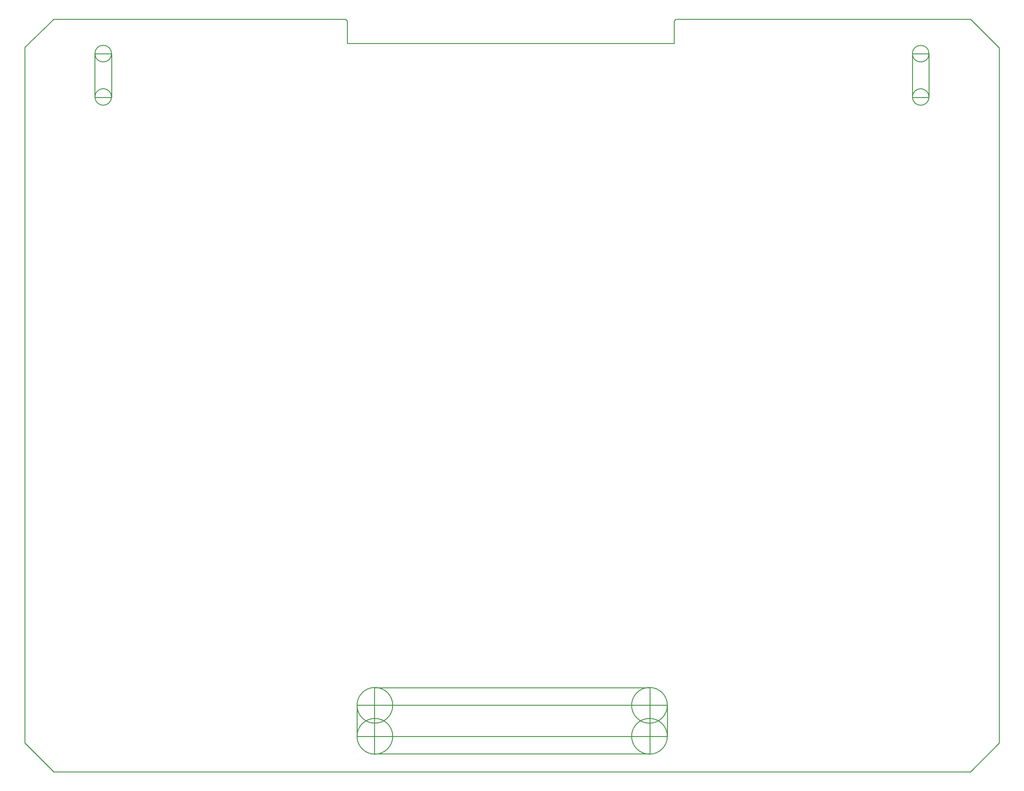
<source format=gko>
G04 Layer: BoardOutlineLayer*
G04 EasyEDA v6.5.15, 2022-10-06 20:43:05*
G04 d80ca3a9b8d842dca4fe4369d2386359,5a6b42c53f6a479593ecc07194224c93,10*
G04 Gerber Generator version 0.2*
G04 Scale: 100 percent, Rotated: No, Reflected: No *
G04 Dimensions in millimeters *
G04 leading zeros omitted , absolute positions ,4 integer and 5 decimal *
%FSLAX45Y45*%
%MOMM*%

%ADD10C,0.2540*%
D10*
X18681700Y21590000D02*
G01*
X27114500Y21590000D01*
X27940000Y20764500D01*
X27940000Y825500D01*
X27114500Y0D01*
X825500Y0D01*
X0Y825500D01*
X0Y20779486D01*
X825500Y21590000D01*
X9194800Y21590000D02*
G01*
X9245600Y21539200D01*
X9245600Y20891500D01*
X825500Y21590000D02*
G01*
X9194800Y21590000D01*
X9245600Y20891500D02*
G01*
X18618200Y20891500D01*
X18669000Y21590000D02*
G01*
X18618200Y21539200D01*
X18618200Y20891500D01*
G75*
G01*
X17399000Y1905000D02*
G02*
X18424401Y1905000I512700J0D01*
G75*
G01*
X18424401Y1905000D02*
G02*
X17399000Y1905000I-512701J0D01*
X17399000Y1905000D02*
G01*
X17399000Y1905000D01*
G75*
G01*
X17399000Y1016000D02*
G02*
X18424401Y1016000I512700J0D01*
G75*
G01*
X18424401Y1016000D02*
G02*
X17399000Y1016000I-512701J0D01*
X17399000Y1016000D02*
G01*
X17399000Y1016000D01*
X9524697Y1910499D02*
G01*
X9524697Y1010498D01*
X9524697Y1010498D02*
G01*
X18424697Y1010498D01*
X18424697Y1010498D02*
G01*
X18424697Y1910499D01*
X18424697Y1910499D02*
G01*
X9524697Y1910499D01*
X10024699Y2410500D02*
G01*
X10024699Y510501D01*
X10024699Y510501D02*
G01*
X17924698Y510501D01*
X17924698Y510501D02*
G01*
X17924698Y2410500D01*
X17924698Y2410500D02*
G01*
X10024699Y2410500D01*
G75*
G01*
X9525000Y1905000D02*
G02*
X10550398Y1905000I512699J0D01*
G75*
G01*
X10550398Y1905000D02*
G02*
X9525000Y1905000I-512699J0D01*
X9525000Y1905000D02*
G01*
X9525000Y1905000D01*
G75*
G01*
X9525000Y1016000D02*
G02*
X10550401Y1016000I512700J0D01*
G75*
G01*
X10550401Y1016000D02*
G02*
X9525000Y1016000I-512701J0D01*
X9525000Y1016000D02*
G01*
X9525000Y1016000D01*
G75*
G01*
X2010204Y19356261D02*
G02*
X2485603Y19356261I237700J777D01*
G75*
G01*
X2485603Y19356261D02*
G02*
X2010204Y19356261I-237699J-778D01*
X2010204Y19356260D02*
G01*
X2010204Y19356260D01*
G75*
G01*
X2010199Y20599400D02*
G02*
X2485601Y20599400I237701J0D01*
G75*
G01*
X2485601Y20599400D02*
G02*
X2010199Y20599400I-237701J0D01*
X2010199Y20599400D02*
G01*
X2010199Y20599400D01*
X2010001Y20599400D02*
G01*
X2010001Y19342100D01*
X2010001Y19342100D02*
G01*
X2485001Y19342100D01*
X2485001Y19342100D02*
G01*
X2485001Y20599400D01*
X2485001Y20599400D02*
G01*
X2010001Y20599400D01*
X25450596Y20597939D02*
G01*
X25450596Y19340639D01*
X25450596Y19340639D02*
G01*
X25925597Y19340639D01*
X25925597Y19340639D02*
G01*
X25925597Y20597939D01*
X25925597Y20597939D02*
G01*
X25450596Y20597939D01*
G75*
G01*
X25450795Y20597940D02*
G02*
X25926197Y20597940I237701J0D01*
G75*
G01*
X25926197Y20597940D02*
G02*
X25450795Y20597940I-237701J0D01*
X25450794Y20597939D02*
G01*
X25450794Y20597939D01*
G75*
G01*
X25450800Y19354800D02*
G02*
X25926199Y19354800I237700J777D01*
G75*
G01*
X25926199Y19354800D02*
G02*
X25450800Y19354800I-237699J-777D01*
X25450800Y19354800D02*
G01*
X25450800Y19354800D01*

%LPD*%
M02*

</source>
